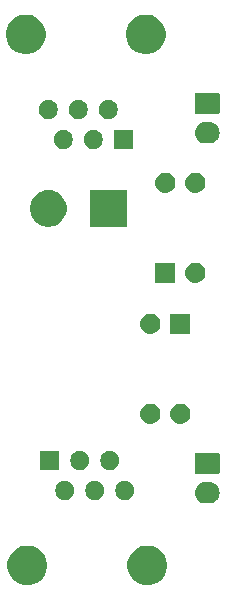
<source format=gbr>
G04 #@! TF.GenerationSoftware,KiCad,Pcbnew,(5.1.0)-1*
G04 #@! TF.CreationDate,2019-07-07T19:12:32+02:00*
G04 #@! TF.ProjectId,big_button_v1,6269675f-6275-4747-946f-6e5f76312e6b,rev?*
G04 #@! TF.SameCoordinates,Original*
G04 #@! TF.FileFunction,Soldermask,Top*
G04 #@! TF.FilePolarity,Negative*
%FSLAX46Y46*%
G04 Gerber Fmt 4.6, Leading zero omitted, Abs format (unit mm)*
G04 Created by KiCad (PCBNEW (5.1.0)-1) date 2019-07-07 19:12:32*
%MOMM*%
%LPD*%
G04 APERTURE LIST*
%ADD10C,0.100000*%
G04 APERTURE END LIST*
D10*
G36*
X62972871Y-95924408D02*
G01*
X63277883Y-96050748D01*
X63552387Y-96234166D01*
X63785834Y-96467613D01*
X63969252Y-96742117D01*
X64095592Y-97047129D01*
X64160000Y-97370928D01*
X64160000Y-97701072D01*
X64095592Y-98024871D01*
X63969252Y-98329883D01*
X63785834Y-98604387D01*
X63552387Y-98837834D01*
X63277883Y-99021252D01*
X62972871Y-99147592D01*
X62810971Y-99179796D01*
X62649073Y-99212000D01*
X62318927Y-99212000D01*
X62157029Y-99179796D01*
X61995129Y-99147592D01*
X61690117Y-99021252D01*
X61415613Y-98837834D01*
X61182166Y-98604387D01*
X60998748Y-98329883D01*
X60872408Y-98024871D01*
X60808000Y-97701072D01*
X60808000Y-97370928D01*
X60872408Y-97047129D01*
X60998748Y-96742117D01*
X61182166Y-96467613D01*
X61415613Y-96234166D01*
X61690117Y-96050748D01*
X61995129Y-95924408D01*
X62318927Y-95860000D01*
X62649073Y-95860000D01*
X62972871Y-95924408D01*
X62972871Y-95924408D01*
G37*
G36*
X52812871Y-95924408D02*
G01*
X53117883Y-96050748D01*
X53392387Y-96234166D01*
X53625834Y-96467613D01*
X53809252Y-96742117D01*
X53935592Y-97047129D01*
X54000000Y-97370928D01*
X54000000Y-97701072D01*
X53935592Y-98024871D01*
X53809252Y-98329883D01*
X53625834Y-98604387D01*
X53392387Y-98837834D01*
X53117883Y-99021252D01*
X52812871Y-99147592D01*
X52650971Y-99179796D01*
X52489073Y-99212000D01*
X52158927Y-99212000D01*
X51997029Y-99179796D01*
X51835129Y-99147592D01*
X51530117Y-99021252D01*
X51255613Y-98837834D01*
X51022166Y-98604387D01*
X50838748Y-98329883D01*
X50712408Y-98024871D01*
X50648000Y-97701072D01*
X50648000Y-97370928D01*
X50712408Y-97047129D01*
X50838748Y-96742117D01*
X51022166Y-96467613D01*
X51255613Y-96234166D01*
X51530117Y-96050748D01*
X51835129Y-95924408D01*
X52158927Y-95860000D01*
X52489073Y-95860000D01*
X52812871Y-95924408D01*
X52812871Y-95924408D01*
G37*
G36*
X67824442Y-90505518D02*
G01*
X67890627Y-90512037D01*
X68060466Y-90563557D01*
X68216991Y-90647222D01*
X68243549Y-90669018D01*
X68354186Y-90759814D01*
X68437448Y-90861271D01*
X68466778Y-90897009D01*
X68550443Y-91053534D01*
X68601963Y-91223373D01*
X68619359Y-91400000D01*
X68601963Y-91576627D01*
X68550443Y-91746466D01*
X68466778Y-91902991D01*
X68465376Y-91904699D01*
X68354186Y-92040186D01*
X68252729Y-92123448D01*
X68216991Y-92152778D01*
X68060466Y-92236443D01*
X67890627Y-92287963D01*
X67824442Y-92294482D01*
X67758260Y-92301000D01*
X67369740Y-92301000D01*
X67303558Y-92294482D01*
X67237373Y-92287963D01*
X67067534Y-92236443D01*
X66911009Y-92152778D01*
X66875271Y-92123448D01*
X66773814Y-92040186D01*
X66662624Y-91904699D01*
X66661222Y-91902991D01*
X66577557Y-91746466D01*
X66526037Y-91576627D01*
X66508641Y-91400000D01*
X66526037Y-91223373D01*
X66577557Y-91053534D01*
X66661222Y-90897009D01*
X66690552Y-90861271D01*
X66773814Y-90759814D01*
X66884451Y-90669018D01*
X66911009Y-90647222D01*
X67067534Y-90563557D01*
X67237373Y-90512037D01*
X67303558Y-90505518D01*
X67369740Y-90499000D01*
X67758260Y-90499000D01*
X67824442Y-90505518D01*
X67824442Y-90505518D01*
G37*
G36*
X55740560Y-90406166D02*
G01*
X55888153Y-90467301D01*
X55955105Y-90512037D01*
X56020982Y-90556055D01*
X56133945Y-90669018D01*
X56222700Y-90801849D01*
X56283834Y-90949440D01*
X56304540Y-91053534D01*
X56315000Y-91106123D01*
X56315000Y-91265877D01*
X56283834Y-91422560D01*
X56222699Y-91570153D01*
X56133945Y-91702982D01*
X56020982Y-91815945D01*
X55888153Y-91904699D01*
X55888152Y-91904700D01*
X55888151Y-91904700D01*
X55740560Y-91965834D01*
X55583878Y-91997000D01*
X55424122Y-91997000D01*
X55267440Y-91965834D01*
X55119849Y-91904700D01*
X55119848Y-91904700D01*
X55119847Y-91904699D01*
X54987018Y-91815945D01*
X54874055Y-91702982D01*
X54785301Y-91570153D01*
X54724166Y-91422560D01*
X54693000Y-91265877D01*
X54693000Y-91106123D01*
X54703461Y-91053534D01*
X54724166Y-90949440D01*
X54785300Y-90801849D01*
X54874055Y-90669018D01*
X54987018Y-90556055D01*
X55052895Y-90512037D01*
X55119847Y-90467301D01*
X55267440Y-90406166D01*
X55424122Y-90375000D01*
X55583878Y-90375000D01*
X55740560Y-90406166D01*
X55740560Y-90406166D01*
G37*
G36*
X58280560Y-90406166D02*
G01*
X58428153Y-90467301D01*
X58495105Y-90512037D01*
X58560982Y-90556055D01*
X58673945Y-90669018D01*
X58762700Y-90801849D01*
X58823834Y-90949440D01*
X58844540Y-91053534D01*
X58855000Y-91106123D01*
X58855000Y-91265877D01*
X58823834Y-91422560D01*
X58762699Y-91570153D01*
X58673945Y-91702982D01*
X58560982Y-91815945D01*
X58428153Y-91904699D01*
X58428152Y-91904700D01*
X58428151Y-91904700D01*
X58280560Y-91965834D01*
X58123878Y-91997000D01*
X57964122Y-91997000D01*
X57807440Y-91965834D01*
X57659849Y-91904700D01*
X57659848Y-91904700D01*
X57659847Y-91904699D01*
X57527018Y-91815945D01*
X57414055Y-91702982D01*
X57325301Y-91570153D01*
X57264166Y-91422560D01*
X57233000Y-91265877D01*
X57233000Y-91106123D01*
X57243461Y-91053534D01*
X57264166Y-90949440D01*
X57325300Y-90801849D01*
X57414055Y-90669018D01*
X57527018Y-90556055D01*
X57592895Y-90512037D01*
X57659847Y-90467301D01*
X57807440Y-90406166D01*
X57964122Y-90375000D01*
X58123878Y-90375000D01*
X58280560Y-90406166D01*
X58280560Y-90406166D01*
G37*
G36*
X60820560Y-90406166D02*
G01*
X60968153Y-90467301D01*
X61035105Y-90512037D01*
X61100982Y-90556055D01*
X61213945Y-90669018D01*
X61302700Y-90801849D01*
X61363834Y-90949440D01*
X61384540Y-91053534D01*
X61395000Y-91106123D01*
X61395000Y-91265877D01*
X61363834Y-91422560D01*
X61302699Y-91570153D01*
X61213945Y-91702982D01*
X61100982Y-91815945D01*
X60968153Y-91904699D01*
X60968152Y-91904700D01*
X60968151Y-91904700D01*
X60820560Y-91965834D01*
X60663878Y-91997000D01*
X60504122Y-91997000D01*
X60347440Y-91965834D01*
X60199849Y-91904700D01*
X60199848Y-91904700D01*
X60199847Y-91904699D01*
X60067018Y-91815945D01*
X59954055Y-91702982D01*
X59865301Y-91570153D01*
X59804166Y-91422560D01*
X59773000Y-91265877D01*
X59773000Y-91106123D01*
X59783461Y-91053534D01*
X59804166Y-90949440D01*
X59865300Y-90801849D01*
X59954055Y-90669018D01*
X60067018Y-90556055D01*
X60132895Y-90512037D01*
X60199847Y-90467301D01*
X60347440Y-90406166D01*
X60504122Y-90375000D01*
X60663878Y-90375000D01*
X60820560Y-90406166D01*
X60820560Y-90406166D01*
G37*
G36*
X68472600Y-88002989D02*
G01*
X68505652Y-88013015D01*
X68536103Y-88029292D01*
X68562799Y-88051201D01*
X68584708Y-88077897D01*
X68600985Y-88108348D01*
X68611011Y-88141400D01*
X68615000Y-88181903D01*
X68615000Y-89618097D01*
X68611011Y-89658600D01*
X68600985Y-89691652D01*
X68584708Y-89722103D01*
X68562799Y-89748799D01*
X68536103Y-89770708D01*
X68505652Y-89786985D01*
X68472600Y-89797011D01*
X68432097Y-89801000D01*
X66695903Y-89801000D01*
X66655400Y-89797011D01*
X66622348Y-89786985D01*
X66591897Y-89770708D01*
X66565201Y-89748799D01*
X66543292Y-89722103D01*
X66527015Y-89691652D01*
X66516989Y-89658600D01*
X66513000Y-89618097D01*
X66513000Y-88181903D01*
X66516989Y-88141400D01*
X66527015Y-88108348D01*
X66543292Y-88077897D01*
X66565201Y-88051201D01*
X66591897Y-88029292D01*
X66622348Y-88013015D01*
X66655400Y-88002989D01*
X66695903Y-87999000D01*
X68432097Y-87999000D01*
X68472600Y-88002989D01*
X68472600Y-88002989D01*
G37*
G36*
X59550560Y-87866166D02*
G01*
X59698153Y-87927301D01*
X59830982Y-88016055D01*
X59943945Y-88129018D01*
X60032699Y-88261847D01*
X60093834Y-88409440D01*
X60125000Y-88566123D01*
X60125000Y-88725877D01*
X60093834Y-88882560D01*
X60032699Y-89030153D01*
X59943945Y-89162982D01*
X59830982Y-89275945D01*
X59698153Y-89364699D01*
X59698152Y-89364700D01*
X59698151Y-89364700D01*
X59550560Y-89425834D01*
X59393878Y-89457000D01*
X59234122Y-89457000D01*
X59077440Y-89425834D01*
X58929849Y-89364700D01*
X58929848Y-89364700D01*
X58929847Y-89364699D01*
X58797018Y-89275945D01*
X58684055Y-89162982D01*
X58595301Y-89030153D01*
X58534166Y-88882560D01*
X58503000Y-88725877D01*
X58503000Y-88566123D01*
X58534166Y-88409440D01*
X58595301Y-88261847D01*
X58684055Y-88129018D01*
X58797018Y-88016055D01*
X58929847Y-87927301D01*
X59077440Y-87866166D01*
X59234122Y-87835000D01*
X59393878Y-87835000D01*
X59550560Y-87866166D01*
X59550560Y-87866166D01*
G37*
G36*
X55045000Y-89457000D02*
G01*
X53423000Y-89457000D01*
X53423000Y-87835000D01*
X55045000Y-87835000D01*
X55045000Y-89457000D01*
X55045000Y-89457000D01*
G37*
G36*
X57010560Y-87866166D02*
G01*
X57158153Y-87927301D01*
X57290982Y-88016055D01*
X57403945Y-88129018D01*
X57492699Y-88261847D01*
X57553834Y-88409440D01*
X57585000Y-88566123D01*
X57585000Y-88725877D01*
X57553834Y-88882560D01*
X57492699Y-89030153D01*
X57403945Y-89162982D01*
X57290982Y-89275945D01*
X57158153Y-89364699D01*
X57158152Y-89364700D01*
X57158151Y-89364700D01*
X57010560Y-89425834D01*
X56853878Y-89457000D01*
X56694122Y-89457000D01*
X56537440Y-89425834D01*
X56389849Y-89364700D01*
X56389848Y-89364700D01*
X56389847Y-89364699D01*
X56257018Y-89275945D01*
X56144055Y-89162982D01*
X56055301Y-89030153D01*
X55994166Y-88882560D01*
X55963000Y-88725877D01*
X55963000Y-88566123D01*
X55994166Y-88409440D01*
X56055301Y-88261847D01*
X56144055Y-88129018D01*
X56257018Y-88016055D01*
X56389847Y-87927301D01*
X56537440Y-87866166D01*
X56694122Y-87835000D01*
X56853878Y-87835000D01*
X57010560Y-87866166D01*
X57010560Y-87866166D01*
G37*
G36*
X62904823Y-83870313D02*
G01*
X63065242Y-83918976D01*
X63197906Y-83989886D01*
X63213078Y-83997996D01*
X63342659Y-84104341D01*
X63449004Y-84233922D01*
X63449005Y-84233924D01*
X63528024Y-84381758D01*
X63576687Y-84542177D01*
X63593117Y-84709000D01*
X63576687Y-84875823D01*
X63528024Y-85036242D01*
X63457114Y-85168906D01*
X63449004Y-85184078D01*
X63342659Y-85313659D01*
X63213078Y-85420004D01*
X63213076Y-85420005D01*
X63065242Y-85499024D01*
X62904823Y-85547687D01*
X62779804Y-85560000D01*
X62696196Y-85560000D01*
X62571177Y-85547687D01*
X62410758Y-85499024D01*
X62262924Y-85420005D01*
X62262922Y-85420004D01*
X62133341Y-85313659D01*
X62026996Y-85184078D01*
X62018886Y-85168906D01*
X61947976Y-85036242D01*
X61899313Y-84875823D01*
X61882883Y-84709000D01*
X61899313Y-84542177D01*
X61947976Y-84381758D01*
X62026995Y-84233924D01*
X62026996Y-84233922D01*
X62133341Y-84104341D01*
X62262922Y-83997996D01*
X62278094Y-83989886D01*
X62410758Y-83918976D01*
X62571177Y-83870313D01*
X62696196Y-83858000D01*
X62779804Y-83858000D01*
X62904823Y-83870313D01*
X62904823Y-83870313D01*
G37*
G36*
X65444823Y-83870313D02*
G01*
X65605242Y-83918976D01*
X65737906Y-83989886D01*
X65753078Y-83997996D01*
X65882659Y-84104341D01*
X65989004Y-84233922D01*
X65989005Y-84233924D01*
X66068024Y-84381758D01*
X66116687Y-84542177D01*
X66133117Y-84709000D01*
X66116687Y-84875823D01*
X66068024Y-85036242D01*
X65997114Y-85168906D01*
X65989004Y-85184078D01*
X65882659Y-85313659D01*
X65753078Y-85420004D01*
X65753076Y-85420005D01*
X65605242Y-85499024D01*
X65444823Y-85547687D01*
X65319804Y-85560000D01*
X65236196Y-85560000D01*
X65111177Y-85547687D01*
X64950758Y-85499024D01*
X64802924Y-85420005D01*
X64802922Y-85420004D01*
X64673341Y-85313659D01*
X64566996Y-85184078D01*
X64558886Y-85168906D01*
X64487976Y-85036242D01*
X64439313Y-84875823D01*
X64422883Y-84709000D01*
X64439313Y-84542177D01*
X64487976Y-84381758D01*
X64566995Y-84233924D01*
X64566996Y-84233922D01*
X64673341Y-84104341D01*
X64802922Y-83997996D01*
X64818094Y-83989886D01*
X64950758Y-83918976D01*
X65111177Y-83870313D01*
X65236196Y-83858000D01*
X65319804Y-83858000D01*
X65444823Y-83870313D01*
X65444823Y-83870313D01*
G37*
G36*
X66129000Y-77940000D02*
G01*
X64427000Y-77940000D01*
X64427000Y-76238000D01*
X66129000Y-76238000D01*
X66129000Y-77940000D01*
X66129000Y-77940000D01*
G37*
G36*
X62904823Y-76250313D02*
G01*
X63065242Y-76298976D01*
X63197906Y-76369886D01*
X63213078Y-76377996D01*
X63342659Y-76484341D01*
X63449004Y-76613922D01*
X63449005Y-76613924D01*
X63528024Y-76761758D01*
X63576687Y-76922177D01*
X63593117Y-77089000D01*
X63576687Y-77255823D01*
X63528024Y-77416242D01*
X63457114Y-77548906D01*
X63449004Y-77564078D01*
X63342659Y-77693659D01*
X63213078Y-77800004D01*
X63213076Y-77800005D01*
X63065242Y-77879024D01*
X62904823Y-77927687D01*
X62779804Y-77940000D01*
X62696196Y-77940000D01*
X62571177Y-77927687D01*
X62410758Y-77879024D01*
X62262924Y-77800005D01*
X62262922Y-77800004D01*
X62133341Y-77693659D01*
X62026996Y-77564078D01*
X62018886Y-77548906D01*
X61947976Y-77416242D01*
X61899313Y-77255823D01*
X61882883Y-77089000D01*
X61899313Y-76922177D01*
X61947976Y-76761758D01*
X62026995Y-76613924D01*
X62026996Y-76613922D01*
X62133341Y-76484341D01*
X62262922Y-76377996D01*
X62278094Y-76369886D01*
X62410758Y-76298976D01*
X62571177Y-76250313D01*
X62696196Y-76238000D01*
X62779804Y-76238000D01*
X62904823Y-76250313D01*
X62904823Y-76250313D01*
G37*
G36*
X64859000Y-73622000D02*
G01*
X63157000Y-73622000D01*
X63157000Y-71920000D01*
X64859000Y-71920000D01*
X64859000Y-73622000D01*
X64859000Y-73622000D01*
G37*
G36*
X66714823Y-71932313D02*
G01*
X66875242Y-71980976D01*
X67007906Y-72051886D01*
X67023078Y-72059996D01*
X67152659Y-72166341D01*
X67259004Y-72295922D01*
X67259005Y-72295924D01*
X67338024Y-72443758D01*
X67386687Y-72604177D01*
X67403117Y-72771000D01*
X67386687Y-72937823D01*
X67338024Y-73098242D01*
X67267114Y-73230906D01*
X67259004Y-73246078D01*
X67152659Y-73375659D01*
X67023078Y-73482004D01*
X67023076Y-73482005D01*
X66875242Y-73561024D01*
X66714823Y-73609687D01*
X66589804Y-73622000D01*
X66506196Y-73622000D01*
X66381177Y-73609687D01*
X66220758Y-73561024D01*
X66072924Y-73482005D01*
X66072922Y-73482004D01*
X65943341Y-73375659D01*
X65836996Y-73246078D01*
X65828886Y-73230906D01*
X65757976Y-73098242D01*
X65709313Y-72937823D01*
X65692883Y-72771000D01*
X65709313Y-72604177D01*
X65757976Y-72443758D01*
X65836995Y-72295924D01*
X65836996Y-72295922D01*
X65943341Y-72166341D01*
X66072922Y-72059996D01*
X66088094Y-72051886D01*
X66220758Y-71980976D01*
X66381177Y-71932313D01*
X66506196Y-71920000D01*
X66589804Y-71920000D01*
X66714823Y-71932313D01*
X66714823Y-71932313D01*
G37*
G36*
X60733000Y-68861000D02*
G01*
X57631000Y-68861000D01*
X57631000Y-65759000D01*
X60733000Y-65759000D01*
X60733000Y-68861000D01*
X60733000Y-68861000D01*
G37*
G36*
X54404585Y-65788802D02*
G01*
X54554410Y-65818604D01*
X54836674Y-65935521D01*
X55090705Y-66105259D01*
X55306741Y-66321295D01*
X55476479Y-66575326D01*
X55593396Y-66857590D01*
X55653000Y-67157240D01*
X55653000Y-67462760D01*
X55593396Y-67762410D01*
X55476479Y-68044674D01*
X55306741Y-68298705D01*
X55090705Y-68514741D01*
X54836674Y-68684479D01*
X54554410Y-68801396D01*
X54404585Y-68831198D01*
X54254761Y-68861000D01*
X53949239Y-68861000D01*
X53799415Y-68831198D01*
X53649590Y-68801396D01*
X53367326Y-68684479D01*
X53113295Y-68514741D01*
X52897259Y-68298705D01*
X52727521Y-68044674D01*
X52610604Y-67762410D01*
X52551000Y-67462760D01*
X52551000Y-67157240D01*
X52610604Y-66857590D01*
X52727521Y-66575326D01*
X52897259Y-66321295D01*
X53113295Y-66105259D01*
X53367326Y-65935521D01*
X53649590Y-65818604D01*
X53799415Y-65788802D01*
X53949239Y-65759000D01*
X54254761Y-65759000D01*
X54404585Y-65788802D01*
X54404585Y-65788802D01*
G37*
G36*
X64174823Y-64312313D02*
G01*
X64335242Y-64360976D01*
X64467906Y-64431886D01*
X64483078Y-64439996D01*
X64612659Y-64546341D01*
X64719004Y-64675922D01*
X64719005Y-64675924D01*
X64798024Y-64823758D01*
X64846687Y-64984177D01*
X64863117Y-65151000D01*
X64846687Y-65317823D01*
X64798024Y-65478242D01*
X64727114Y-65610906D01*
X64719004Y-65626078D01*
X64612659Y-65755659D01*
X64483078Y-65862004D01*
X64483076Y-65862005D01*
X64335242Y-65941024D01*
X64174823Y-65989687D01*
X64049804Y-66002000D01*
X63966196Y-66002000D01*
X63841177Y-65989687D01*
X63680758Y-65941024D01*
X63532924Y-65862005D01*
X63532922Y-65862004D01*
X63403341Y-65755659D01*
X63296996Y-65626078D01*
X63288886Y-65610906D01*
X63217976Y-65478242D01*
X63169313Y-65317823D01*
X63152883Y-65151000D01*
X63169313Y-64984177D01*
X63217976Y-64823758D01*
X63296995Y-64675924D01*
X63296996Y-64675922D01*
X63403341Y-64546341D01*
X63532922Y-64439996D01*
X63548094Y-64431886D01*
X63680758Y-64360976D01*
X63841177Y-64312313D01*
X63966196Y-64300000D01*
X64049804Y-64300000D01*
X64174823Y-64312313D01*
X64174823Y-64312313D01*
G37*
G36*
X66714823Y-64312313D02*
G01*
X66875242Y-64360976D01*
X67007906Y-64431886D01*
X67023078Y-64439996D01*
X67152659Y-64546341D01*
X67259004Y-64675922D01*
X67259005Y-64675924D01*
X67338024Y-64823758D01*
X67386687Y-64984177D01*
X67403117Y-65151000D01*
X67386687Y-65317823D01*
X67338024Y-65478242D01*
X67267114Y-65610906D01*
X67259004Y-65626078D01*
X67152659Y-65755659D01*
X67023078Y-65862004D01*
X67023076Y-65862005D01*
X66875242Y-65941024D01*
X66714823Y-65989687D01*
X66589804Y-66002000D01*
X66506196Y-66002000D01*
X66381177Y-65989687D01*
X66220758Y-65941024D01*
X66072924Y-65862005D01*
X66072922Y-65862004D01*
X65943341Y-65755659D01*
X65836996Y-65626078D01*
X65828886Y-65610906D01*
X65757976Y-65478242D01*
X65709313Y-65317823D01*
X65692883Y-65151000D01*
X65709313Y-64984177D01*
X65757976Y-64823758D01*
X65836995Y-64675924D01*
X65836996Y-64675922D01*
X65943341Y-64546341D01*
X66072922Y-64439996D01*
X66088094Y-64431886D01*
X66220758Y-64360976D01*
X66381177Y-64312313D01*
X66506196Y-64300000D01*
X66589804Y-64300000D01*
X66714823Y-64312313D01*
X66714823Y-64312313D01*
G37*
G36*
X55608560Y-60688166D02*
G01*
X55741847Y-60743375D01*
X55756153Y-60749301D01*
X55888982Y-60838055D01*
X56001945Y-60951018D01*
X56090700Y-61083849D01*
X56151834Y-61231440D01*
X56158802Y-61266468D01*
X56183000Y-61388123D01*
X56183000Y-61547877D01*
X56151834Y-61704560D01*
X56090699Y-61852153D01*
X56001945Y-61984982D01*
X55888982Y-62097945D01*
X55756153Y-62186699D01*
X55756152Y-62186700D01*
X55756151Y-62186700D01*
X55608560Y-62247834D01*
X55451878Y-62279000D01*
X55292122Y-62279000D01*
X55135440Y-62247834D01*
X54987849Y-62186700D01*
X54987848Y-62186700D01*
X54987847Y-62186699D01*
X54855018Y-62097945D01*
X54742055Y-61984982D01*
X54653301Y-61852153D01*
X54592166Y-61704560D01*
X54561000Y-61547877D01*
X54561000Y-61388123D01*
X54585199Y-61266468D01*
X54592166Y-61231440D01*
X54653300Y-61083849D01*
X54742055Y-60951018D01*
X54855018Y-60838055D01*
X54987847Y-60749301D01*
X55002154Y-60743375D01*
X55135440Y-60688166D01*
X55292122Y-60657000D01*
X55451878Y-60657000D01*
X55608560Y-60688166D01*
X55608560Y-60688166D01*
G37*
G36*
X58148560Y-60688166D02*
G01*
X58281847Y-60743375D01*
X58296153Y-60749301D01*
X58428982Y-60838055D01*
X58541945Y-60951018D01*
X58630700Y-61083849D01*
X58691834Y-61231440D01*
X58698802Y-61266468D01*
X58723000Y-61388123D01*
X58723000Y-61547877D01*
X58691834Y-61704560D01*
X58630699Y-61852153D01*
X58541945Y-61984982D01*
X58428982Y-62097945D01*
X58296153Y-62186699D01*
X58296152Y-62186700D01*
X58296151Y-62186700D01*
X58148560Y-62247834D01*
X57991878Y-62279000D01*
X57832122Y-62279000D01*
X57675440Y-62247834D01*
X57527849Y-62186700D01*
X57527848Y-62186700D01*
X57527847Y-62186699D01*
X57395018Y-62097945D01*
X57282055Y-61984982D01*
X57193301Y-61852153D01*
X57132166Y-61704560D01*
X57101000Y-61547877D01*
X57101000Y-61388123D01*
X57125199Y-61266468D01*
X57132166Y-61231440D01*
X57193300Y-61083849D01*
X57282055Y-60951018D01*
X57395018Y-60838055D01*
X57527847Y-60749301D01*
X57542154Y-60743375D01*
X57675440Y-60688166D01*
X57832122Y-60657000D01*
X57991878Y-60657000D01*
X58148560Y-60688166D01*
X58148560Y-60688166D01*
G37*
G36*
X61263000Y-62279000D02*
G01*
X59641000Y-62279000D01*
X59641000Y-60657000D01*
X61263000Y-60657000D01*
X61263000Y-62279000D01*
X61263000Y-62279000D01*
G37*
G36*
X67824442Y-60025518D02*
G01*
X67890627Y-60032037D01*
X68060466Y-60083557D01*
X68216991Y-60167222D01*
X68252729Y-60196552D01*
X68354186Y-60279814D01*
X68437448Y-60381271D01*
X68466778Y-60417009D01*
X68550443Y-60573534D01*
X68601963Y-60743373D01*
X68619359Y-60920000D01*
X68601963Y-61096627D01*
X68550443Y-61266466D01*
X68466778Y-61422991D01*
X68437448Y-61458729D01*
X68354186Y-61560186D01*
X68252729Y-61643448D01*
X68216991Y-61672778D01*
X68060466Y-61756443D01*
X67890627Y-61807963D01*
X67824442Y-61814482D01*
X67758260Y-61821000D01*
X67369740Y-61821000D01*
X67303558Y-61814482D01*
X67237373Y-61807963D01*
X67067534Y-61756443D01*
X66911009Y-61672778D01*
X66875271Y-61643448D01*
X66773814Y-61560186D01*
X66690552Y-61458729D01*
X66661222Y-61422991D01*
X66577557Y-61266466D01*
X66526037Y-61096627D01*
X66508641Y-60920000D01*
X66526037Y-60743373D01*
X66577557Y-60573534D01*
X66661222Y-60417009D01*
X66690552Y-60381271D01*
X66773814Y-60279814D01*
X66875271Y-60196552D01*
X66911009Y-60167222D01*
X67067534Y-60083557D01*
X67237373Y-60032037D01*
X67303558Y-60025518D01*
X67369740Y-60019000D01*
X67758260Y-60019000D01*
X67824442Y-60025518D01*
X67824442Y-60025518D01*
G37*
G36*
X59418560Y-58148166D02*
G01*
X59566153Y-58209301D01*
X59698982Y-58298055D01*
X59811945Y-58411018D01*
X59900700Y-58543849D01*
X59961834Y-58691440D01*
X59993000Y-58848122D01*
X59993000Y-59007878D01*
X59961834Y-59164560D01*
X59929185Y-59243383D01*
X59900699Y-59312153D01*
X59811945Y-59444982D01*
X59698982Y-59557945D01*
X59566153Y-59646699D01*
X59566152Y-59646700D01*
X59566151Y-59646700D01*
X59418560Y-59707834D01*
X59261878Y-59739000D01*
X59102122Y-59739000D01*
X58945440Y-59707834D01*
X58797849Y-59646700D01*
X58797848Y-59646700D01*
X58797847Y-59646699D01*
X58665018Y-59557945D01*
X58552055Y-59444982D01*
X58463301Y-59312153D01*
X58434816Y-59243383D01*
X58402166Y-59164560D01*
X58371000Y-59007878D01*
X58371000Y-58848122D01*
X58402166Y-58691440D01*
X58463300Y-58543849D01*
X58552055Y-58411018D01*
X58665018Y-58298055D01*
X58797847Y-58209301D01*
X58945440Y-58148166D01*
X59102122Y-58117000D01*
X59261878Y-58117000D01*
X59418560Y-58148166D01*
X59418560Y-58148166D01*
G37*
G36*
X56878560Y-58148166D02*
G01*
X57026153Y-58209301D01*
X57158982Y-58298055D01*
X57271945Y-58411018D01*
X57360700Y-58543849D01*
X57421834Y-58691440D01*
X57453000Y-58848122D01*
X57453000Y-59007878D01*
X57421834Y-59164560D01*
X57389185Y-59243383D01*
X57360699Y-59312153D01*
X57271945Y-59444982D01*
X57158982Y-59557945D01*
X57026153Y-59646699D01*
X57026152Y-59646700D01*
X57026151Y-59646700D01*
X56878560Y-59707834D01*
X56721878Y-59739000D01*
X56562122Y-59739000D01*
X56405440Y-59707834D01*
X56257849Y-59646700D01*
X56257848Y-59646700D01*
X56257847Y-59646699D01*
X56125018Y-59557945D01*
X56012055Y-59444982D01*
X55923301Y-59312153D01*
X55894816Y-59243383D01*
X55862166Y-59164560D01*
X55831000Y-59007878D01*
X55831000Y-58848122D01*
X55862166Y-58691440D01*
X55923300Y-58543849D01*
X56012055Y-58411018D01*
X56125018Y-58298055D01*
X56257847Y-58209301D01*
X56405440Y-58148166D01*
X56562122Y-58117000D01*
X56721878Y-58117000D01*
X56878560Y-58148166D01*
X56878560Y-58148166D01*
G37*
G36*
X54338560Y-58148166D02*
G01*
X54486153Y-58209301D01*
X54618982Y-58298055D01*
X54731945Y-58411018D01*
X54820700Y-58543849D01*
X54881834Y-58691440D01*
X54913000Y-58848122D01*
X54913000Y-59007878D01*
X54881834Y-59164560D01*
X54849185Y-59243383D01*
X54820699Y-59312153D01*
X54731945Y-59444982D01*
X54618982Y-59557945D01*
X54486153Y-59646699D01*
X54486152Y-59646700D01*
X54486151Y-59646700D01*
X54338560Y-59707834D01*
X54181878Y-59739000D01*
X54022122Y-59739000D01*
X53865440Y-59707834D01*
X53717849Y-59646700D01*
X53717848Y-59646700D01*
X53717847Y-59646699D01*
X53585018Y-59557945D01*
X53472055Y-59444982D01*
X53383301Y-59312153D01*
X53354816Y-59243383D01*
X53322166Y-59164560D01*
X53291000Y-59007878D01*
X53291000Y-58848122D01*
X53322166Y-58691440D01*
X53383300Y-58543849D01*
X53472055Y-58411018D01*
X53585018Y-58298055D01*
X53717847Y-58209301D01*
X53865440Y-58148166D01*
X54022122Y-58117000D01*
X54181878Y-58117000D01*
X54338560Y-58148166D01*
X54338560Y-58148166D01*
G37*
G36*
X68472600Y-57522989D02*
G01*
X68505652Y-57533015D01*
X68536103Y-57549292D01*
X68562799Y-57571201D01*
X68584708Y-57597897D01*
X68600985Y-57628348D01*
X68611011Y-57661400D01*
X68615000Y-57701903D01*
X68615000Y-59138097D01*
X68611011Y-59178600D01*
X68600985Y-59211652D01*
X68584708Y-59242103D01*
X68562799Y-59268799D01*
X68536103Y-59290708D01*
X68505652Y-59306985D01*
X68472600Y-59317011D01*
X68432097Y-59321000D01*
X66695903Y-59321000D01*
X66655400Y-59317011D01*
X66622348Y-59306985D01*
X66591897Y-59290708D01*
X66565201Y-59268799D01*
X66543292Y-59242103D01*
X66527015Y-59211652D01*
X66516989Y-59178600D01*
X66513000Y-59138097D01*
X66513000Y-57701903D01*
X66516989Y-57661400D01*
X66527015Y-57628348D01*
X66543292Y-57597897D01*
X66565201Y-57571201D01*
X66591897Y-57549292D01*
X66622348Y-57533015D01*
X66655400Y-57522989D01*
X66695903Y-57519000D01*
X68432097Y-57519000D01*
X68472600Y-57522989D01*
X68472600Y-57522989D01*
G37*
G36*
X52528971Y-50934204D02*
G01*
X52690871Y-50966408D01*
X52995883Y-51092748D01*
X53270387Y-51276166D01*
X53503834Y-51509613D01*
X53687252Y-51784117D01*
X53813592Y-52089129D01*
X53878000Y-52412928D01*
X53878000Y-52743072D01*
X53813592Y-53066871D01*
X53687252Y-53371883D01*
X53503834Y-53646387D01*
X53270387Y-53879834D01*
X52995883Y-54063252D01*
X52690871Y-54189592D01*
X52367073Y-54254000D01*
X52036927Y-54254000D01*
X51713129Y-54189592D01*
X51408117Y-54063252D01*
X51133613Y-53879834D01*
X50900166Y-53646387D01*
X50716748Y-53371883D01*
X50590408Y-53066871D01*
X50526000Y-52743072D01*
X50526000Y-52412928D01*
X50590408Y-52089129D01*
X50716748Y-51784117D01*
X50900166Y-51509613D01*
X51133613Y-51276166D01*
X51408117Y-51092748D01*
X51713129Y-50966408D01*
X52036927Y-50902000D01*
X52367073Y-50902000D01*
X52528971Y-50934204D01*
X52528971Y-50934204D01*
G37*
G36*
X62688971Y-50934204D02*
G01*
X62850871Y-50966408D01*
X63155883Y-51092748D01*
X63430387Y-51276166D01*
X63663834Y-51509613D01*
X63847252Y-51784117D01*
X63973592Y-52089129D01*
X64038000Y-52412928D01*
X64038000Y-52743072D01*
X63973592Y-53066871D01*
X63847252Y-53371883D01*
X63663834Y-53646387D01*
X63430387Y-53879834D01*
X63155883Y-54063252D01*
X62850871Y-54189592D01*
X62527073Y-54254000D01*
X62196927Y-54254000D01*
X61873129Y-54189592D01*
X61568117Y-54063252D01*
X61293613Y-53879834D01*
X61060166Y-53646387D01*
X60876748Y-53371883D01*
X60750408Y-53066871D01*
X60686000Y-52743072D01*
X60686000Y-52412928D01*
X60750408Y-52089129D01*
X60876748Y-51784117D01*
X61060166Y-51509613D01*
X61293613Y-51276166D01*
X61568117Y-51092748D01*
X61873129Y-50966408D01*
X62196927Y-50902000D01*
X62527073Y-50902000D01*
X62688971Y-50934204D01*
X62688971Y-50934204D01*
G37*
M02*

</source>
